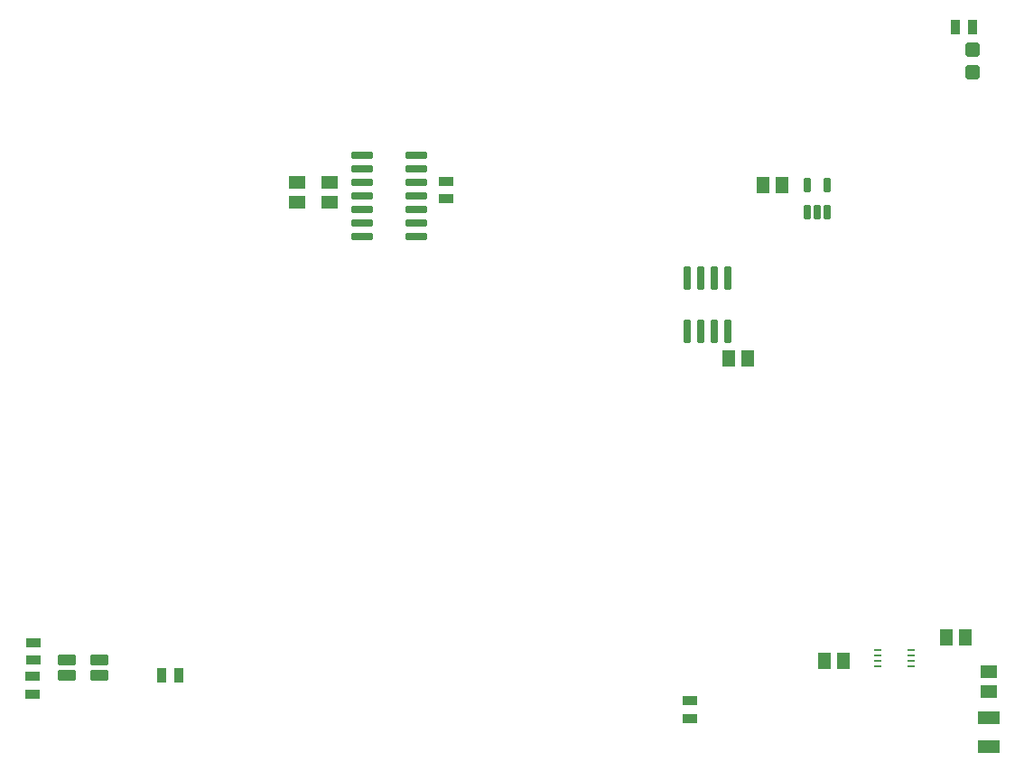
<source format=gtp>
G04*
G04 #@! TF.GenerationSoftware,Altium Limited,Altium Designer,21.2.1 (34)*
G04*
G04 Layer_Color=8421504*
%FSLAX25Y25*%
%MOIN*%
G70*
G04*
G04 #@! TF.SameCoordinates,CFAE9ADB-8C4C-4AE2-92FD-0E6BA9E30242*
G04*
G04*
G04 #@! TF.FilePolarity,Positive*
G04*
G01*
G75*
%ADD18R,0.08000X0.04500*%
G04:AMPARAMS|DCode=19|XSize=49.21mil|YSize=62.99mil|CornerRadius=4.92mil|HoleSize=0mil|Usage=FLASHONLY|Rotation=270.000|XOffset=0mil|YOffset=0mil|HoleType=Round|Shape=RoundedRectangle|*
%AMROUNDEDRECTD19*
21,1,0.04921,0.05315,0,0,270.0*
21,1,0.03937,0.06299,0,0,270.0*
1,1,0.00984,-0.02657,-0.01968*
1,1,0.00984,-0.02657,0.01968*
1,1,0.00984,0.02657,0.01968*
1,1,0.00984,0.02657,-0.01968*
%
%ADD19ROUNDEDRECTD19*%
G04:AMPARAMS|DCode=20|XSize=24.8mil|YSize=51.18mil|CornerRadius=1.86mil|HoleSize=0mil|Usage=FLASHONLY|Rotation=180.000|XOffset=0mil|YOffset=0mil|HoleType=Round|Shape=RoundedRectangle|*
%AMROUNDEDRECTD20*
21,1,0.02480,0.04746,0,0,180.0*
21,1,0.02108,0.05118,0,0,180.0*
1,1,0.00372,-0.01054,0.02373*
1,1,0.00372,0.01054,0.02373*
1,1,0.00372,0.01054,-0.02373*
1,1,0.00372,-0.01054,-0.02373*
%
%ADD20ROUNDEDRECTD20*%
G04:AMPARAMS|DCode=21|XSize=80mil|YSize=25mil|CornerRadius=1.88mil|HoleSize=0mil|Usage=FLASHONLY|Rotation=0.000|XOffset=0mil|YOffset=0mil|HoleType=Round|Shape=RoundedRectangle|*
%AMROUNDEDRECTD21*
21,1,0.08000,0.02125,0,0,0.0*
21,1,0.07625,0.02500,0,0,0.0*
1,1,0.00375,0.03813,-0.01063*
1,1,0.00375,-0.03813,-0.01063*
1,1,0.00375,-0.03813,0.01063*
1,1,0.00375,0.03813,0.01063*
%
%ADD21ROUNDEDRECTD21*%
G04:AMPARAMS|DCode=22|XSize=86.61mil|YSize=23.62mil|CornerRadius=1.77mil|HoleSize=0mil|Usage=FLASHONLY|Rotation=270.000|XOffset=0mil|YOffset=0mil|HoleType=Round|Shape=RoundedRectangle|*
%AMROUNDEDRECTD22*
21,1,0.08661,0.02008,0,0,270.0*
21,1,0.08307,0.02362,0,0,270.0*
1,1,0.00354,-0.01004,-0.04153*
1,1,0.00354,-0.01004,0.04153*
1,1,0.00354,0.01004,0.04153*
1,1,0.00354,0.01004,-0.04153*
%
%ADD22ROUNDEDRECTD22*%
G04:AMPARAMS|DCode=23|XSize=55.12mil|YSize=35.43mil|CornerRadius=2.66mil|HoleSize=0mil|Usage=FLASHONLY|Rotation=180.000|XOffset=0mil|YOffset=0mil|HoleType=Round|Shape=RoundedRectangle|*
%AMROUNDEDRECTD23*
21,1,0.05512,0.03012,0,0,180.0*
21,1,0.04980,0.03543,0,0,180.0*
1,1,0.00532,-0.02490,0.01506*
1,1,0.00532,0.02490,0.01506*
1,1,0.00532,0.02490,-0.01506*
1,1,0.00532,-0.02490,-0.01506*
%
%ADD23ROUNDEDRECTD23*%
G04:AMPARAMS|DCode=24|XSize=55.12mil|YSize=35.43mil|CornerRadius=2.66mil|HoleSize=0mil|Usage=FLASHONLY|Rotation=270.000|XOffset=0mil|YOffset=0mil|HoleType=Round|Shape=RoundedRectangle|*
%AMROUNDEDRECTD24*
21,1,0.05512,0.03012,0,0,270.0*
21,1,0.04980,0.03543,0,0,270.0*
1,1,0.00532,-0.01506,-0.02490*
1,1,0.00532,-0.01506,0.02490*
1,1,0.00532,0.01506,0.02490*
1,1,0.00532,0.01506,-0.02490*
%
%ADD24ROUNDEDRECTD24*%
%ADD25R,0.02953X0.00984*%
G04:AMPARAMS|DCode=26|XSize=51.18mil|YSize=51.18mil|CornerRadius=5.12mil|HoleSize=0mil|Usage=FLASHONLY|Rotation=270.000|XOffset=0mil|YOffset=0mil|HoleType=Round|Shape=RoundedRectangle|*
%AMROUNDEDRECTD26*
21,1,0.05118,0.04095,0,0,270.0*
21,1,0.04095,0.05118,0,0,270.0*
1,1,0.01024,-0.02047,-0.02047*
1,1,0.01024,-0.02047,0.02047*
1,1,0.01024,0.02047,0.02047*
1,1,0.01024,0.02047,-0.02047*
%
%ADD26ROUNDEDRECTD26*%
G04:AMPARAMS|DCode=27|XSize=49.21mil|YSize=62.99mil|CornerRadius=4.92mil|HoleSize=0mil|Usage=FLASHONLY|Rotation=0.000|XOffset=0mil|YOffset=0mil|HoleType=Round|Shape=RoundedRectangle|*
%AMROUNDEDRECTD27*
21,1,0.04921,0.05315,0,0,0.0*
21,1,0.03937,0.06299,0,0,0.0*
1,1,0.00984,0.01968,-0.02657*
1,1,0.00984,-0.01968,-0.02657*
1,1,0.00984,-0.01968,0.02657*
1,1,0.00984,0.01968,0.02657*
%
%ADD27ROUNDEDRECTD27*%
G04:AMPARAMS|DCode=28|XSize=39.37mil|YSize=66.93mil|CornerRadius=3.94mil|HoleSize=0mil|Usage=FLASHONLY|Rotation=90.000|XOffset=0mil|YOffset=0mil|HoleType=Round|Shape=RoundedRectangle|*
%AMROUNDEDRECTD28*
21,1,0.03937,0.05906,0,0,90.0*
21,1,0.03150,0.06693,0,0,90.0*
1,1,0.00787,0.02953,0.01575*
1,1,0.00787,0.02953,-0.01575*
1,1,0.00787,-0.02953,-0.01575*
1,1,0.00787,-0.02953,0.01575*
%
%ADD28ROUNDEDRECTD28*%
D18*
X510449Y513850D02*
D03*
Y524350D02*
D03*
D19*
Y534276D02*
D03*
Y541324D02*
D03*
X255025Y714971D02*
D03*
Y722018D02*
D03*
X267000Y714953D02*
D03*
Y722000D02*
D03*
D20*
X443260Y721071D02*
D03*
X450740D02*
D03*
Y711000D02*
D03*
X447000D02*
D03*
X443260D02*
D03*
D21*
X299000Y707000D02*
D03*
Y712000D02*
D03*
Y722000D02*
D03*
Y727000D02*
D03*
Y702000D02*
D03*
Y717000D02*
D03*
Y732000D02*
D03*
X279000Y707000D02*
D03*
Y712000D02*
D03*
Y722000D02*
D03*
Y727000D02*
D03*
Y702000D02*
D03*
Y717000D02*
D03*
Y732000D02*
D03*
D22*
X414000Y686744D02*
D03*
X409000D02*
D03*
X404000D02*
D03*
X399000D02*
D03*
Y667256D02*
D03*
X404000D02*
D03*
X409000D02*
D03*
X414000D02*
D03*
D23*
X157800Y545800D02*
D03*
Y552296D02*
D03*
X400000Y524252D02*
D03*
Y530748D02*
D03*
X310000Y722496D02*
D03*
Y716000D02*
D03*
X157500Y533304D02*
D03*
Y539800D02*
D03*
D24*
X205000Y540000D02*
D03*
X211496D02*
D03*
X498004Y779500D02*
D03*
X504500D02*
D03*
D25*
X469395Y543463D02*
D03*
Y545432D02*
D03*
Y547400D02*
D03*
Y549368D02*
D03*
X481600D02*
D03*
Y547400D02*
D03*
Y545432D02*
D03*
Y543463D02*
D03*
D26*
X504500Y771000D02*
D03*
Y762732D02*
D03*
D27*
X414453Y657000D02*
D03*
X421500D02*
D03*
X456800Y545400D02*
D03*
X449753D02*
D03*
X501700Y554200D02*
D03*
X494653D02*
D03*
X434047Y721000D02*
D03*
X427000D02*
D03*
D28*
X170095Y545953D02*
D03*
Y540047D02*
D03*
X181905D02*
D03*
Y545953D02*
D03*
M02*

</source>
